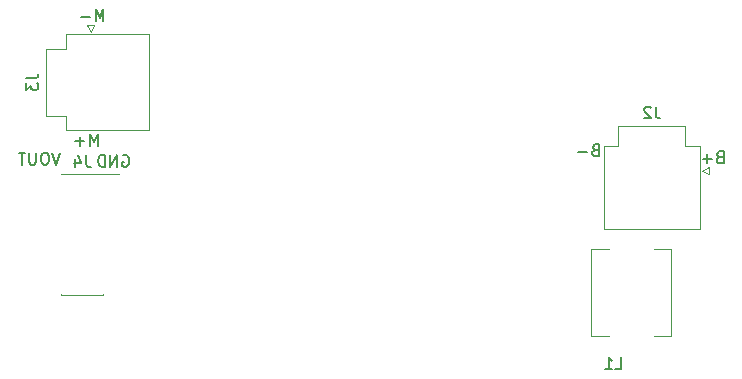
<source format=gbr>
%TF.GenerationSoftware,KiCad,Pcbnew,8.0.1*%
%TF.CreationDate,2024-05-30T19:24:29+03:00*%
%TF.ProjectId,jantteri_right,6a616e74-7465-4726-995f-72696768742e,rev?*%
%TF.SameCoordinates,Original*%
%TF.FileFunction,Legend,Bot*%
%TF.FilePolarity,Positive*%
%FSLAX46Y46*%
G04 Gerber Fmt 4.6, Leading zero omitted, Abs format (unit mm)*
G04 Created by KiCad (PCBNEW 8.0.1) date 2024-05-30 19:24:29*
%MOMM*%
%LPD*%
G01*
G04 APERTURE LIST*
%ADD10C,0.150000*%
%ADD11C,0.120000*%
G04 APERTURE END LIST*
D10*
X30090358Y-1645509D02*
X29947501Y-1693128D01*
X29947501Y-1693128D02*
X29899882Y-1740747D01*
X29899882Y-1740747D02*
X29852263Y-1835985D01*
X29852263Y-1835985D02*
X29852263Y-1978842D01*
X29852263Y-1978842D02*
X29899882Y-2074080D01*
X29899882Y-2074080D02*
X29947501Y-2121700D01*
X29947501Y-2121700D02*
X30042739Y-2169319D01*
X30042739Y-2169319D02*
X30423691Y-2169319D01*
X30423691Y-2169319D02*
X30423691Y-1169319D01*
X30423691Y-1169319D02*
X30090358Y-1169319D01*
X30090358Y-1169319D02*
X29995120Y-1216938D01*
X29995120Y-1216938D02*
X29947501Y-1264557D01*
X29947501Y-1264557D02*
X29899882Y-1359795D01*
X29899882Y-1359795D02*
X29899882Y-1455033D01*
X29899882Y-1455033D02*
X29947501Y-1550271D01*
X29947501Y-1550271D02*
X29995120Y-1597890D01*
X29995120Y-1597890D02*
X30090358Y-1645509D01*
X30090358Y-1645509D02*
X30423691Y-1645509D01*
X29423691Y-1788366D02*
X28661787Y-1788366D01*
X29042739Y-2169319D02*
X29042739Y-1407414D01*
X-20444556Y-1509038D02*
X-20349318Y-1461419D01*
X-20349318Y-1461419D02*
X-20206461Y-1461419D01*
X-20206461Y-1461419D02*
X-20063604Y-1509038D01*
X-20063604Y-1509038D02*
X-19968366Y-1604276D01*
X-19968366Y-1604276D02*
X-19920747Y-1699514D01*
X-19920747Y-1699514D02*
X-19873128Y-1889990D01*
X-19873128Y-1889990D02*
X-19873128Y-2032847D01*
X-19873128Y-2032847D02*
X-19920747Y-2223323D01*
X-19920747Y-2223323D02*
X-19968366Y-2318561D01*
X-19968366Y-2318561D02*
X-20063604Y-2413800D01*
X-20063604Y-2413800D02*
X-20206461Y-2461419D01*
X-20206461Y-2461419D02*
X-20301699Y-2461419D01*
X-20301699Y-2461419D02*
X-20444556Y-2413800D01*
X-20444556Y-2413800D02*
X-20492175Y-2366180D01*
X-20492175Y-2366180D02*
X-20492175Y-2032847D01*
X-20492175Y-2032847D02*
X-20301699Y-2032847D01*
X-20920747Y-2461419D02*
X-20920747Y-1461419D01*
X-20920747Y-1461419D02*
X-21492175Y-2461419D01*
X-21492175Y-2461419D02*
X-21492175Y-1461419D01*
X-21968366Y-2461419D02*
X-21968366Y-1461419D01*
X-21968366Y-1461419D02*
X-22206461Y-1461419D01*
X-22206461Y-1461419D02*
X-22349318Y-1509038D01*
X-22349318Y-1509038D02*
X-22444556Y-1604276D01*
X-22444556Y-1604276D02*
X-22492175Y-1699514D01*
X-22492175Y-1699514D02*
X-22539794Y-1889990D01*
X-22539794Y-1889990D02*
X-22539794Y-2032847D01*
X-22539794Y-2032847D02*
X-22492175Y-2223323D01*
X-22492175Y-2223323D02*
X-22444556Y-2318561D01*
X-22444556Y-2318561D02*
X-22349318Y-2413800D01*
X-22349318Y-2413800D02*
X-22206461Y-2461419D01*
X-22206461Y-2461419D02*
X-21968366Y-2461419D01*
X19564598Y-1058769D02*
X19421741Y-1106388D01*
X19421741Y-1106388D02*
X19374122Y-1154007D01*
X19374122Y-1154007D02*
X19326503Y-1249245D01*
X19326503Y-1249245D02*
X19326503Y-1392102D01*
X19326503Y-1392102D02*
X19374122Y-1487340D01*
X19374122Y-1487340D02*
X19421741Y-1534960D01*
X19421741Y-1534960D02*
X19516979Y-1582579D01*
X19516979Y-1582579D02*
X19897931Y-1582579D01*
X19897931Y-1582579D02*
X19897931Y-582579D01*
X19897931Y-582579D02*
X19564598Y-582579D01*
X19564598Y-582579D02*
X19469360Y-630198D01*
X19469360Y-630198D02*
X19421741Y-677817D01*
X19421741Y-677817D02*
X19374122Y-773055D01*
X19374122Y-773055D02*
X19374122Y-868293D01*
X19374122Y-868293D02*
X19421741Y-963531D01*
X19421741Y-963531D02*
X19469360Y-1011150D01*
X19469360Y-1011150D02*
X19564598Y-1058769D01*
X19564598Y-1058769D02*
X19897931Y-1058769D01*
X18897931Y-1201626D02*
X18136027Y-1201626D01*
X-22072720Y9867741D02*
X-22072720Y10867741D01*
X-22072720Y10867741D02*
X-22406053Y10153456D01*
X-22406053Y10153456D02*
X-22739386Y10867741D01*
X-22739386Y10867741D02*
X-22739386Y9867741D01*
X-23215577Y10248694D02*
X-23977481Y10248694D01*
X-22555320Y-683419D02*
X-22555320Y316581D01*
X-22555320Y316581D02*
X-22888653Y-397704D01*
X-22888653Y-397704D02*
X-23221986Y316581D01*
X-23221986Y316581D02*
X-23221986Y-683419D01*
X-23698177Y-302466D02*
X-24460081Y-302466D01*
X-24079129Y-683419D02*
X-24079129Y78486D01*
X-25738676Y-1286159D02*
X-26072009Y-2286159D01*
X-26072009Y-2286159D02*
X-26405342Y-1286159D01*
X-26929152Y-1286159D02*
X-27119628Y-1286159D01*
X-27119628Y-1286159D02*
X-27214866Y-1333778D01*
X-27214866Y-1333778D02*
X-27310104Y-1429016D01*
X-27310104Y-1429016D02*
X-27357723Y-1619492D01*
X-27357723Y-1619492D02*
X-27357723Y-1952825D01*
X-27357723Y-1952825D02*
X-27310104Y-2143301D01*
X-27310104Y-2143301D02*
X-27214866Y-2238540D01*
X-27214866Y-2238540D02*
X-27119628Y-2286159D01*
X-27119628Y-2286159D02*
X-26929152Y-2286159D01*
X-26929152Y-2286159D02*
X-26833914Y-2238540D01*
X-26833914Y-2238540D02*
X-26738676Y-2143301D01*
X-26738676Y-2143301D02*
X-26691057Y-1952825D01*
X-26691057Y-1952825D02*
X-26691057Y-1619492D01*
X-26691057Y-1619492D02*
X-26738676Y-1429016D01*
X-26738676Y-1429016D02*
X-26833914Y-1333778D01*
X-26833914Y-1333778D02*
X-26929152Y-1286159D01*
X-27786295Y-1286159D02*
X-27786295Y-2095682D01*
X-27786295Y-2095682D02*
X-27833914Y-2190920D01*
X-27833914Y-2190920D02*
X-27881533Y-2238540D01*
X-27881533Y-2238540D02*
X-27976771Y-2286159D01*
X-27976771Y-2286159D02*
X-28167247Y-2286159D01*
X-28167247Y-2286159D02*
X-28262485Y-2238540D01*
X-28262485Y-2238540D02*
X-28310104Y-2190920D01*
X-28310104Y-2190920D02*
X-28357723Y-2095682D01*
X-28357723Y-2095682D02*
X-28357723Y-1286159D01*
X-28691057Y-1286159D02*
X-29262485Y-1286159D01*
X-28976771Y-2286159D02*
X-28976771Y-1286159D01*
X24693133Y2630861D02*
X24693133Y1916576D01*
X24693133Y1916576D02*
X24740752Y1773719D01*
X24740752Y1773719D02*
X24835990Y1678480D01*
X24835990Y1678480D02*
X24978847Y1630861D01*
X24978847Y1630861D02*
X25074085Y1630861D01*
X24264561Y2535623D02*
X24216942Y2583242D01*
X24216942Y2583242D02*
X24121704Y2630861D01*
X24121704Y2630861D02*
X23883609Y2630861D01*
X23883609Y2630861D02*
X23788371Y2583242D01*
X23788371Y2583242D02*
X23740752Y2535623D01*
X23740752Y2535623D02*
X23693133Y2440385D01*
X23693133Y2440385D02*
X23693133Y2345147D01*
X23693133Y2345147D02*
X23740752Y2202290D01*
X23740752Y2202290D02*
X24312180Y1630861D01*
X24312180Y1630861D02*
X23693133Y1630861D01*
X-28609981Y5025914D02*
X-27895696Y5025914D01*
X-27895696Y5025914D02*
X-27752839Y5073533D01*
X-27752839Y5073533D02*
X-27657600Y5168771D01*
X-27657600Y5168771D02*
X-27609981Y5311628D01*
X-27609981Y5311628D02*
X-27609981Y5406866D01*
X-28609981Y4644961D02*
X-28609981Y4025914D01*
X-28609981Y4025914D02*
X-28229029Y4359247D01*
X-28229029Y4359247D02*
X-28229029Y4216390D01*
X-28229029Y4216390D02*
X-28181410Y4121152D01*
X-28181410Y4121152D02*
X-28133791Y4073533D01*
X-28133791Y4073533D02*
X-28038553Y4025914D01*
X-28038553Y4025914D02*
X-27800458Y4025914D01*
X-27800458Y4025914D02*
X-27705220Y4073533D01*
X-27705220Y4073533D02*
X-27657600Y4121152D01*
X-27657600Y4121152D02*
X-27609981Y4216390D01*
X-27609981Y4216390D02*
X-27609981Y4502104D01*
X-27609981Y4502104D02*
X-27657600Y4597342D01*
X-27657600Y4597342D02*
X-27705220Y4644961D01*
X21272475Y-19597284D02*
X21748665Y-19597284D01*
X21748665Y-19597284D02*
X21748665Y-18597284D01*
X20415332Y-19597284D02*
X20986760Y-19597284D01*
X20701046Y-19597284D02*
X20701046Y-18597284D01*
X20701046Y-18597284D02*
X20796284Y-18740141D01*
X20796284Y-18740141D02*
X20891522Y-18835379D01*
X20891522Y-18835379D02*
X20986760Y-18882998D01*
X-23547747Y-1511399D02*
X-23547747Y-2225684D01*
X-23547747Y-2225684D02*
X-23500128Y-2368541D01*
X-23500128Y-2368541D02*
X-23404890Y-2463780D01*
X-23404890Y-2463780D02*
X-23262033Y-2511399D01*
X-23262033Y-2511399D02*
X-23166795Y-2511399D01*
X-24452509Y-1844732D02*
X-24452509Y-2511399D01*
X-24214414Y-1463780D02*
X-23976319Y-2178065D01*
X-23976319Y-2178065D02*
X-24595366Y-2178065D01*
D11*
%TO.C,J2*%
X20319800Y-704320D02*
X20319800Y-7724320D01*
X20319800Y-7724320D02*
X28399800Y-7724320D01*
X21519800Y995680D02*
X21519800Y-704320D01*
X21519800Y-704320D02*
X20319800Y-704320D01*
X27199800Y995680D02*
X21519800Y995680D01*
X27199800Y-704320D02*
X27199800Y995680D01*
X28399800Y-704320D02*
X27199800Y-704320D01*
X28399800Y-7724320D02*
X28399800Y-704320D01*
X28599800Y-2814320D02*
X29199800Y-3114320D01*
X29199800Y-2514320D02*
X28599800Y-2814320D01*
X29199800Y-3114320D02*
X29199800Y-2514320D01*
%TO.C,J3*%
X-26974800Y7532580D02*
X-26974800Y1852580D01*
X-26974800Y1852580D02*
X-25274800Y1852580D01*
X-25274800Y8732580D02*
X-25274800Y7532580D01*
X-25274800Y7532580D02*
X-26974800Y7532580D01*
X-25274800Y1852580D02*
X-25274800Y652580D01*
X-25274800Y652580D02*
X-18254800Y652580D01*
X-23464800Y9532580D02*
X-23164800Y8932580D01*
X-23164800Y8932580D02*
X-22864800Y9532580D01*
X-22864800Y9532580D02*
X-23464800Y9532580D01*
X-18254800Y8732580D02*
X-25274800Y8732580D01*
X-18254800Y652580D02*
X-18254800Y8732580D01*
%TO.C,L1*%
X19206000Y-9404000D02*
X20706000Y-9404000D01*
X19206000Y-16804000D02*
X19206000Y-9404000D01*
X19206000Y-16804000D02*
X20706000Y-16804000D01*
X26006000Y-9404000D02*
X24506000Y-9404000D01*
X26006000Y-9404000D02*
X26006000Y-16804000D01*
X26006000Y-16804000D02*
X24506000Y-16804000D01*
%TO.C,J4*%
X-25646080Y-3056580D02*
X-25646080Y-3121580D01*
X-25646080Y-13271580D02*
X-25646080Y-13336580D01*
X-22116080Y-3056580D02*
X-25646080Y-3056580D01*
X-22116080Y-3056580D02*
X-22116080Y-3121580D01*
X-22116080Y-13271580D02*
X-22116080Y-13336580D01*
X-22116080Y-13336580D02*
X-25646080Y-13336580D01*
X-20791080Y-3121580D02*
X-22116080Y-3121580D01*
%TD*%
M02*

</source>
